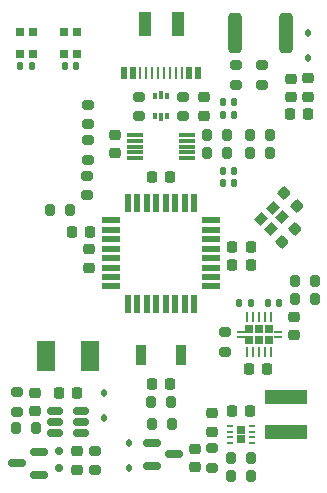
<source format=gbr>
%TF.GenerationSoftware,KiCad,Pcbnew,(7.0.0)*%
%TF.CreationDate,2023-06-28T20:41:30+03:00*%
%TF.ProjectId,Atego_Nano,41746567-6f5f-44e6-916e-6f2e6b696361,rev?*%
%TF.SameCoordinates,Original*%
%TF.FileFunction,Paste,Top*%
%TF.FilePolarity,Positive*%
%FSLAX46Y46*%
G04 Gerber Fmt 4.6, Leading zero omitted, Abs format (unit mm)*
G04 Created by KiCad (PCBNEW (7.0.0)) date 2023-06-28 20:41:30*
%MOMM*%
%LPD*%
G01*
G04 APERTURE LIST*
G04 Aperture macros list*
%AMRoundRect*
0 Rectangle with rounded corners*
0 $1 Rounding radius*
0 $2 $3 $4 $5 $6 $7 $8 $9 X,Y pos of 4 corners*
0 Add a 4 corners polygon primitive as box body*
4,1,4,$2,$3,$4,$5,$6,$7,$8,$9,$2,$3,0*
0 Add four circle primitives for the rounded corners*
1,1,$1+$1,$2,$3*
1,1,$1+$1,$4,$5*
1,1,$1+$1,$6,$7*
1,1,$1+$1,$8,$9*
0 Add four rect primitives between the rounded corners*
20,1,$1+$1,$2,$3,$4,$5,0*
20,1,$1+$1,$4,$5,$6,$7,0*
20,1,$1+$1,$6,$7,$8,$9,0*
20,1,$1+$1,$8,$9,$2,$3,0*%
%AMRotRect*
0 Rectangle, with rotation*
0 The origin of the aperture is its center*
0 $1 length*
0 $2 width*
0 $3 Rotation angle, in degrees counterclockwise*
0 Add horizontal line*
21,1,$1,$2,0,0,$3*%
G04 Aperture macros list end*
%ADD10R,0.640000X0.640000*%
%ADD11R,0.280000X0.850000*%
%ADD12R,0.700000X0.280000*%
%ADD13RoundRect,0.200000X0.275000X-0.200000X0.275000X0.200000X-0.275000X0.200000X-0.275000X-0.200000X0*%
%ADD14RoundRect,0.225000X0.225000X0.250000X-0.225000X0.250000X-0.225000X-0.250000X0.225000X-0.250000X0*%
%ADD15RoundRect,0.200000X-0.200000X-0.275000X0.200000X-0.275000X0.200000X0.275000X-0.200000X0.275000X0*%
%ADD16RoundRect,0.250000X-0.312500X-1.450000X0.312500X-1.450000X0.312500X1.450000X-0.312500X1.450000X0*%
%ADD17RoundRect,0.225000X0.250000X-0.225000X0.250000X0.225000X-0.250000X0.225000X-0.250000X-0.225000X0*%
%ADD18R,0.700000X0.700000*%
%ADD19RoundRect,0.147500X0.147500X0.172500X-0.147500X0.172500X-0.147500X-0.172500X0.147500X-0.172500X0*%
%ADD20RoundRect,0.150000X0.587500X0.150000X-0.587500X0.150000X-0.587500X-0.150000X0.587500X-0.150000X0*%
%ADD21R,1.600000X0.550000*%
%ADD22R,0.550000X1.600000*%
%ADD23RoundRect,0.112500X0.112500X-0.187500X0.112500X0.187500X-0.112500X0.187500X-0.112500X-0.187500X0*%
%ADD24RoundRect,0.112500X-0.112500X0.187500X-0.112500X-0.187500X0.112500X-0.187500X0.112500X0.187500X0*%
%ADD25RoundRect,0.150000X0.200000X-0.150000X0.200000X0.150000X-0.200000X0.150000X-0.200000X-0.150000X0*%
%ADD26RoundRect,0.200000X-0.275000X0.200000X-0.275000X-0.200000X0.275000X-0.200000X0.275000X0.200000X0*%
%ADD27RoundRect,0.225000X-0.225000X-0.250000X0.225000X-0.250000X0.225000X0.250000X-0.225000X0.250000X0*%
%ADD28RoundRect,0.150000X-0.587500X-0.150000X0.587500X-0.150000X0.587500X0.150000X-0.587500X0.150000X0*%
%ADD29R,1.500000X2.500000*%
%ADD30R,0.750000X0.650000*%
%ADD31R,0.500000X0.250000*%
%ADD32R,0.375000X0.500000*%
%ADD33R,0.300000X0.650000*%
%ADD34RoundRect,0.140000X-0.140000X-0.170000X0.140000X-0.170000X0.140000X0.170000X-0.140000X0.170000X0*%
%ADD35RotRect,0.900000X0.800000X45.000000*%
%ADD36RoundRect,0.200000X0.200000X0.275000X-0.200000X0.275000X-0.200000X-0.275000X0.200000X-0.275000X0*%
%ADD37R,1.400000X0.300000*%
%ADD38RoundRect,0.147500X-0.147500X-0.172500X0.147500X-0.172500X0.147500X0.172500X-0.147500X0.172500X0*%
%ADD39RoundRect,0.225000X0.017678X-0.335876X0.335876X-0.017678X-0.017678X0.335876X-0.335876X0.017678X0*%
%ADD40RoundRect,0.225000X-0.250000X0.225000X-0.250000X-0.225000X0.250000X-0.225000X0.250000X0.225000X0*%
%ADD41RoundRect,0.225000X-0.335876X-0.017678X-0.017678X-0.335876X0.335876X0.017678X0.017678X0.335876X0*%
%ADD42RoundRect,0.150000X-0.512500X-0.150000X0.512500X-0.150000X0.512500X0.150000X-0.512500X0.150000X0*%
%ADD43R,0.900000X1.700000*%
%ADD44R,3.600000X1.150000*%
%ADD45RoundRect,0.218750X-0.256250X0.218750X-0.256250X-0.218750X0.256250X-0.218750X0.256250X0.218750X0*%
%ADD46R,1.000000X2.000000*%
%ADD47R,0.520000X1.000000*%
%ADD48R,0.270000X1.000000*%
G04 APERTURE END LIST*
D10*
%TO.C,U501*%
X159648799Y-98071799D03*
X158788799Y-98071799D03*
X157928799Y-98071799D03*
X159648799Y-99031799D03*
X158788799Y-99031799D03*
X157928799Y-99031799D03*
D11*
X159788799Y-97076799D03*
X159288799Y-97076799D03*
X158788799Y-97076799D03*
X158288799Y-97076799D03*
X157788799Y-97076799D03*
X157788799Y-100026799D03*
X158288799Y-100026799D03*
X158788799Y-100026799D03*
X159288799Y-100026799D03*
X159788799Y-100026799D03*
D12*
X160338799Y-98301799D03*
X157238799Y-98301799D03*
X160338799Y-98801799D03*
X157238799Y-98801799D03*
%TD*%
D13*
%TO.C,R603*%
X144250600Y-83767000D03*
X144250600Y-82117000D03*
%TD*%
D14*
%TO.C,C302*%
X158018000Y-104989200D03*
X156468000Y-104989200D03*
%TD*%
D15*
%TO.C,R303*%
X156405000Y-109002400D03*
X158055000Y-109002400D03*
%TD*%
D14*
%TO.C,C501*%
X159478200Y-101484000D03*
X157928200Y-101484000D03*
%TD*%
D16*
%TO.C,F101*%
X156772800Y-73036000D03*
X161047800Y-73036000D03*
%TD*%
D17*
%TO.C,C702*%
X154131200Y-80008600D03*
X154131200Y-78458600D03*
%TD*%
D18*
%TO.C,D602*%
X142255599Y-74761999D03*
X143355599Y-74761999D03*
X143355599Y-72931999D03*
X142255599Y-72931999D03*
%TD*%
D19*
%TO.C,D502*%
X158050700Y-95859600D03*
X157080700Y-95859600D03*
%TD*%
%TO.C,D201*%
X156673600Y-79995600D03*
X155703600Y-79995600D03*
%TD*%
D20*
%TO.C,Q202*%
X140108100Y-110409600D03*
X140108100Y-108509600D03*
X138233100Y-109459600D03*
%TD*%
D13*
%TO.C,R602*%
X144225200Y-86764200D03*
X144225200Y-85114200D03*
%TD*%
D15*
%TO.C,R605*%
X141076600Y-87971200D03*
X142726600Y-87971200D03*
%TD*%
D21*
%TO.C,U601*%
X154723599Y-94479599D03*
X154723599Y-93679599D03*
X154723599Y-92879599D03*
X154723599Y-92079599D03*
X154723599Y-91279599D03*
X154723599Y-90479599D03*
X154723599Y-89679599D03*
X154723599Y-88879599D03*
D22*
X153273599Y-87429599D03*
X152473599Y-87429599D03*
X151673599Y-87429599D03*
X150873599Y-87429599D03*
X150073599Y-87429599D03*
X149273599Y-87429599D03*
X148473599Y-87429599D03*
X147673599Y-87429599D03*
D21*
X146223599Y-88879599D03*
X146223599Y-89679599D03*
X146223599Y-90479599D03*
X146223599Y-91279599D03*
X146223599Y-92079599D03*
X146223599Y-92879599D03*
X146223599Y-93679599D03*
X146223599Y-94479599D03*
D22*
X147673599Y-95929599D03*
X148473599Y-95929599D03*
X149273599Y-95929599D03*
X150073599Y-95929599D03*
X150873599Y-95929599D03*
X151673599Y-95929599D03*
X152473599Y-95929599D03*
X153273599Y-95929599D03*
%TD*%
D23*
%TO.C,D101*%
X162919600Y-75110600D03*
X162919600Y-73010600D03*
%TD*%
D24*
%TO.C,D401*%
X145622200Y-103490600D03*
X145622200Y-105590600D03*
%TD*%
D25*
%TO.C,D203*%
X141814000Y-108443600D03*
X141814000Y-109843600D03*
%TD*%
D17*
%TO.C,C303*%
X154791600Y-106767200D03*
X154791600Y-105217200D03*
%TD*%
D26*
%TO.C,R604*%
X144250600Y-79107600D03*
X144250600Y-80757600D03*
%TD*%
D27*
%TO.C,C603*%
X156518800Y-91146200D03*
X158068800Y-91146200D03*
%TD*%
D28*
%TO.C,Q201*%
X149727100Y-107747600D03*
X149727100Y-109647600D03*
X151602100Y-108697600D03*
%TD*%
D26*
%TO.C,R102*%
X148594000Y-78408600D03*
X148594000Y-80058600D03*
%TD*%
D29*
%TO.C,L401*%
X144463999Y-100396799D03*
X140763999Y-100396799D03*
%TD*%
D14*
%TO.C,C701*%
X151248600Y-85228000D03*
X149698600Y-85228000D03*
%TD*%
%TO.C,C601*%
X144466800Y-89901600D03*
X142916800Y-89901600D03*
%TD*%
D15*
%TO.C,R402*%
X139864600Y-106487800D03*
X138214600Y-106487800D03*
%TD*%
D26*
%TO.C,R301*%
X154791600Y-108162600D03*
X154791600Y-109812600D03*
%TD*%
D19*
%TO.C,D702*%
X156673600Y-84694600D03*
X155703600Y-84694600D03*
%TD*%
D30*
%TO.C,U301*%
X157229999Y-106614799D03*
X157229999Y-107414799D03*
D31*
X156279999Y-106264799D03*
X156279999Y-106764799D03*
X156279999Y-107264799D03*
X156279999Y-107764799D03*
X158179999Y-107764799D03*
X158179999Y-107264799D03*
X158179999Y-106764799D03*
X158179999Y-106264799D03*
%TD*%
D32*
%TO.C,U101*%
X151011099Y-78383599D03*
D33*
X150473599Y-78308599D03*
D32*
X149936099Y-78383599D03*
X149936099Y-80083599D03*
D33*
X150473599Y-80158599D03*
D32*
X151011099Y-80083599D03*
%TD*%
D34*
%TO.C,C609*%
X142325600Y-75830600D03*
X143285600Y-75830600D03*
%TD*%
D35*
%TO.C,Y601*%
X159737899Y-89585282D03*
X160727848Y-88595333D03*
X159950031Y-87817516D03*
X158960082Y-88807465D03*
%TD*%
D13*
%TO.C,R503*%
X155883800Y-99996800D03*
X155883800Y-98346800D03*
%TD*%
D19*
%TO.C,D701*%
X156673600Y-78852600D03*
X155703600Y-78852600D03*
%TD*%
D13*
%TO.C,R201*%
X158982600Y-77391600D03*
X158982600Y-75741600D03*
%TD*%
D26*
%TO.C,R401*%
X138281600Y-103432600D03*
X138281600Y-105082600D03*
%TD*%
D13*
%TO.C,R203*%
X144860200Y-110056000D03*
X144860200Y-108406000D03*
%TD*%
D15*
%TO.C,R601*%
X149648600Y-104227200D03*
X151298600Y-104227200D03*
%TD*%
D36*
%TO.C,R702*%
X159667400Y-81621200D03*
X158017400Y-81621200D03*
%TD*%
%TO.C,R502*%
X163486600Y-95541600D03*
X161836600Y-95541600D03*
%TD*%
D37*
%TO.C,U701*%
X148273599Y-81637199D03*
X148273599Y-82137199D03*
X148273599Y-82637199D03*
X148273599Y-83137199D03*
X148273599Y-83637199D03*
X152673599Y-83637199D03*
X152673599Y-83137199D03*
X152673599Y-82637199D03*
X152673599Y-82137199D03*
X152673599Y-81637199D03*
%TD*%
D23*
%TO.C,D202*%
X147781200Y-109857800D03*
X147781200Y-107757800D03*
%TD*%
D38*
%TO.C,D501*%
X159484200Y-95859600D03*
X160454200Y-95859600D03*
%TD*%
D13*
%TO.C,R701*%
X156823600Y-77391600D03*
X156823600Y-75741600D03*
%TD*%
D39*
%TO.C,C607*%
X160745992Y-90703608D03*
X161842008Y-89607592D03*
%TD*%
D15*
%TO.C,R302*%
X156405000Y-110499400D03*
X158055000Y-110499400D03*
%TD*%
D26*
%TO.C,R101*%
X152353200Y-78408600D03*
X152353200Y-80058600D03*
%TD*%
D14*
%TO.C,C606*%
X151248600Y-102754000D03*
X149698600Y-102754000D03*
%TD*%
D40*
%TO.C,C402*%
X143361600Y-108443600D03*
X143361600Y-109993600D03*
%TD*%
D41*
%TO.C,C608*%
X160847592Y-86559592D03*
X161943608Y-87655608D03*
%TD*%
D42*
%TO.C,U401*%
X141456600Y-105019600D03*
X141456600Y-105969600D03*
X141456600Y-106919600D03*
X143731600Y-106919600D03*
X143731600Y-105969600D03*
X143731600Y-105019600D03*
%TD*%
D43*
%TO.C,SW601*%
X148773599Y-100264799D03*
X152173599Y-100264799D03*
%TD*%
D44*
%TO.C,L301*%
X161090799Y-103817199D03*
X161090799Y-106767199D03*
%TD*%
D27*
%TO.C,C401*%
X141839000Y-103495600D03*
X143389000Y-103495600D03*
%TD*%
D14*
%TO.C,C102*%
X162932600Y-79894000D03*
X161382600Y-79894000D03*
%TD*%
D27*
%TO.C,C602*%
X156518800Y-92670200D03*
X158068800Y-92670200D03*
%TD*%
D40*
%TO.C,C604*%
X144377600Y-91349400D03*
X144377600Y-92899400D03*
%TD*%
D36*
%TO.C,R501*%
X163486600Y-94017600D03*
X161836600Y-94017600D03*
%TD*%
D45*
%TO.C,FB101*%
X162932600Y-76871300D03*
X162932600Y-78446300D03*
%TD*%
D18*
%TO.C,D601*%
X138493599Y-74761999D03*
X139593599Y-74761999D03*
X139593599Y-72931999D03*
X138493599Y-72931999D03*
%TD*%
D40*
%TO.C,C502*%
X161725800Y-97076800D03*
X161725800Y-98626800D03*
%TD*%
D17*
%TO.C,C605*%
X146536600Y-83209000D03*
X146536600Y-81659000D03*
%TD*%
D36*
%TO.C,R704*%
X156023000Y-81621200D03*
X154373000Y-81621200D03*
%TD*%
D46*
%TO.C,J101*%
X151873599Y-72241599D03*
X149073599Y-72241599D03*
D47*
X153573599Y-76441599D03*
X152823599Y-76441599D03*
D48*
X152223599Y-76441599D03*
X150723599Y-76441599D03*
X149723599Y-76441599D03*
X148723599Y-76441599D03*
D47*
X148123599Y-76441599D03*
X147373599Y-76441599D03*
X147373599Y-76441599D03*
X148123599Y-76441599D03*
D48*
X149223599Y-76441599D03*
X150223599Y-76441599D03*
X151223599Y-76441599D03*
X151723599Y-76441599D03*
D47*
X152823599Y-76441599D03*
X153573599Y-76441599D03*
%TD*%
D15*
%TO.C,R202*%
X149712600Y-106157600D03*
X151362600Y-106157600D03*
%TD*%
D40*
%TO.C,C101*%
X161459400Y-76883800D03*
X161459400Y-78433800D03*
%TD*%
%TO.C,C403*%
X139769200Y-103469600D03*
X139769200Y-105019600D03*
%TD*%
%TO.C,C301*%
X153318400Y-108212600D03*
X153318400Y-109762600D03*
%TD*%
D19*
%TO.C,D703*%
X156673600Y-85685200D03*
X155703600Y-85685200D03*
%TD*%
D36*
%TO.C,R705*%
X156023000Y-83145200D03*
X154373000Y-83145200D03*
%TD*%
%TO.C,R703*%
X159680600Y-83145200D03*
X158030600Y-83145200D03*
%TD*%
D34*
%TO.C,C610*%
X138563600Y-75830600D03*
X139523600Y-75830600D03*
%TD*%
M02*

</source>
